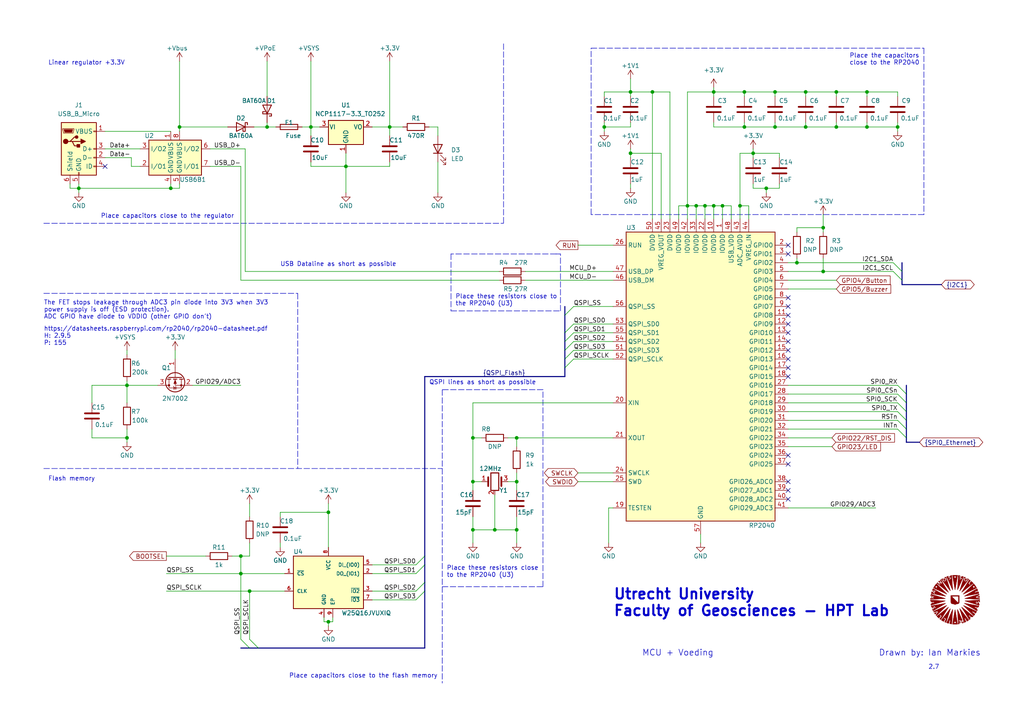
<source format=kicad_sch>
(kicad_sch (version 20211123) (generator eeschema)
  (paper "A4")
  (lib_symbols
    (symbol "+Vsys_1" (power) (in_bom no) (on_board no)
      (property "Value" "+Vsys_1" (at 0 3.81 0))
      (symbol "+Vsys_1_1_1"
        (pin power_in line (at 0 0 90) (length 0) hide (name "+VSYS") (number ""))
      )
    )
    (symbol "Connector:USB_B_Micro" (pin_names (offset 1.016))
      (property "Reference" "J" (at -5.08 11.43 0))
      (property "Value" "USB_B_Micro" (at -5.08 8.89 0))
      (symbol "USB_B_Micro_1_1"
        (pin power_out line (at 7.62 5.08 180) (length 2.54) (name "VBUS") (number "1"))
        (pin bidirectional line (at 7.62 -2.54 180) (length 2.54) (name "D-") (number "2"))
        (pin bidirectional line (at 7.62 0 180) (length 2.54) (name "D+") (number "3"))
        (pin passive line (at 7.62 -5.08 180) (length 2.54) (name "ID") (number "4"))
        (pin power_out line (at 0 -10.16 90) (length 2.54) (name "GND") (number "5"))
        (pin passive line (at -2.54 -10.16 90) (length 2.54) (name "Shield") (number "6"))
      )
    )
    (symbol "Device:C" (pin_numbers hide) (pin_names (offset 0.254))
      (property "Reference" "C" (at 0.635 2.54 0))
      (property "Value" "C" (at 0.635 -2.54 0))
      (symbol "C_1_1"
        (pin passive line (at 0 3.81 270) (length 2.794) (name "~") (number "1"))
        (pin passive line (at 0 -3.81 90) (length 2.794) (name "~") (number "2"))
      )
    )
    (symbol "Device:Fuse" (pin_numbers hide) (pin_names (offset 0))
      (property "Reference" "F" (at 2.032 0 90))
      (property "Value" "Fuse" (at -1.905 0 90))
      (symbol "Fuse_1_1"
        (pin passive line (at 0 3.81 270) (length 1.27) (name "~") (number "1"))
        (pin passive line (at 0 -3.81 90) (length 1.27) (name "~") (number "2"))
      )
    )
    (symbol "Device:LED" (pin_numbers hide) (pin_names (offset 1.016) hide)
      (property "Reference" "D" (at 0 2.54 0))
      (property "Value" "LED" (at 0 -2.54 0))
      (symbol "LED_1_1"
        (pin passive line (at -3.81 0 0) (length 2.54) (name "K") (number "1"))
        (pin passive line (at 3.81 0 180) (length 2.54) (name "A") (number "2"))
      )
    )
    (symbol "Device:R" (pin_numbers hide) (pin_names (offset 0))
      (property "Reference" "R" (at 2.032 0 90))
      (property "Value" "R" (at 0 0 90))
      (symbol "R_1_1"
        (pin passive line (at 0 3.81 270) (length 1.27) (name "~") (number "1"))
        (pin passive line (at 0 -3.81 90) (length 1.27) (name "~") (number "2"))
      )
    )
    (symbol "Diode:BAT60A" (pin_numbers hide) (pin_names (offset 1.016) hide)
      (property "Reference" "D" (at 0 2.54 0))
      (property "Value" "BAT60A" (at 0 -2.54 0))
      (symbol "BAT60A_1_1"
        (pin passive line (at -3.81 0 0) (length 2.54) (name "K") (number "1"))
        (pin passive line (at 3.81 0 180) (length 2.54) (name "A") (number "2"))
      )
    )
    (symbol "HPT:+VPoE" (power) (in_bom no) (on_board no)
      (property "Value" "+VPoE" (at 0 5.08 0))
      (symbol "+VPoE_1_1"
        (pin power_in line (at 0 0 90) (length 0) hide (name "+VPoE") (number ""))
      )
    )
    (symbol "HPT:+Vbus" (power) (in_bom no) (on_board no)
      (property "Value" "+Vbus" (at 0 5.08 0))
      (symbol "+Vbus_1_1"
        (pin power_in line (at 0 0 90) (length 0) hide (name "+Vbus") (number ""))
      )
    )
    (symbol "HPT:+Vsys" (power) (in_bom no) (on_board no)
      (property "Value" "+Vsys" (at 0 3.81 0))
      (symbol "+Vsys_1_1"
        (pin power_in line (at 0 0 90) (length 0) hide (name "+VSYS") (number ""))
      )
    )
    (symbol "HPT:Crystal"
      (property "Reference" "U" (at 1.27 6.35 0))
      (property "Value" "Crystal" (at 0 -8.89 0))
      (symbol "Crystal_1_1"
        (pin passive line (at -3.81 0 0) (length 1.27) (name "") (number "1"))
        (pin passive line (at 0 -3.81 90) (length 1.27) (name "") (number "2"))
        (pin passive line (at 3.81 0 180) (length 1.27) (name "") (number "3"))
        (pin passive line (at 0 -3.81 90) (length 1.27) hide (name "") (number "4"))
      )
    )
    (symbol "HPT:LOGO" (pin_names (offset 1.016)))
    (symbol "HPT:W25Q16JVUXIQ" (pin_names (offset 1.016))
      (property "Reference" "IC" (at -10.16 8.89 0))
      (property "Value" "W25Q16JVUXIQ" (at 5.08 -8.89 0))
      (symbol "W25Q16JVUXIQ_0_0"
        (pin bidirectional line (at -12.7 2.54 0) (length 2.54) (name "~{CS}") (number "1"))
        (pin bidirectional line (at 12.7 2.54 180) (length 2.54) (name "DO_(IO1)") (number "2"))
        (pin bidirectional line (at 12.7 -2.54 180) (length 2.54) (name "~{IO2}") (number "3"))
        (pin bidirectional line (at -1.27 -10.16 90) (length 2.54) (name "GND") (number "4"))
        (pin bidirectional line (at 12.7 5.08 180) (length 2.54) (name "DI_(IO0)") (number "5"))
        (pin bidirectional line (at -12.7 -2.54 0) (length 2.54) (name "CLK") (number "6"))
        (pin bidirectional line (at 12.7 -5.08 180) (length 2.54) (name "~{IO3}") (number "7"))
        (pin bidirectional line (at 0 10.16 270) (length 2.54) (name "VCC") (number "8"))
        (pin bidirectional line (at 1.27 -10.16 90) (length 2.54) (name "EP") (number "9"))
      )
    )
    (symbol "MCU_RaspberryPi:RP2040"
      (property "Reference" "U3" (at -21.59 43.18 0))
      (property "Value" "RP2040" (at 13.97 -43.18 0))
      (symbol "RP2040_1_1"
        (pin power_in line (at 6.35 45.72 270) (length 3.81) (name "IOVDD") (number "1"))
        (pin power_in line (at 3.81 45.72 270) (length 3.81) (name "IOVDD") (number "10"))
        (pin bidirectional line (at 25.4 17.78 180) (length 3.81) (name "GPIO8") (number "11"))
        (pin bidirectional line (at 25.4 15.24 180) (length 3.81) (name "GPIO9") (number "12"))
        (pin bidirectional line (at 25.4 12.7 180) (length 3.81) (name "GPIO10") (number "13"))
        (pin bidirectional line (at 25.4 10.16 180) (length 3.81) (name "GPIO11") (number "14"))
        (pin bidirectional line (at 25.4 7.62 180) (length 3.81) (name "GPIO12") (number "15"))
        (pin bidirectional line (at 25.4 5.08 180) (length 3.81) (name "GPIO13") (number "16"))
        (pin bidirectional line (at 25.4 2.54 180) (length 3.81) (name "GPIO14") (number "17"))
        (pin bidirectional line (at 25.4 0 180) (length 3.81) (name "GPIO15") (number "18"))
        (pin input line (at -25.4 -38.1 0) (length 3.81) (name "TESTEN") (number "19"))
        (pin bidirectional line (at 25.4 38.1 180) (length 3.81) (name "GPIO0") (number "2"))
        (pin input line (at -25.4 -7.62 0) (length 3.81) (name "XIN") (number "20"))
        (pin passive line (at -25.4 -17.78 0) (length 3.81) (name "XOUT") (number "21"))
        (pin power_in line (at 1.27 45.72 270) (length 3.81) (name "IOVDD") (number "22"))
        (pin power_in line (at -8.89 45.72 270) (length 3.81) (name "DVDD") (number "23"))
        (pin output line (at -25.4 -27.94 0) (length 3.81) (name "SWCLK") (number "24"))
        (pin bidirectional line (at -25.4 -30.48 0) (length 3.81) (name "SWD") (number "25"))
        (pin input line (at -25.4 38.1 0) (length 3.81) (name "RUN") (number "26"))
        (pin bidirectional line (at 25.4 -2.54 180) (length 3.81) (name "GPIO16") (number "27"))
        (pin bidirectional line (at 25.4 -5.08 180) (length 3.81) (name "GPIO17") (number "28"))
        (pin bidirectional line (at 25.4 -7.62 180) (length 3.81) (name "GPIO18") (number "29"))
        (pin bidirectional line (at 25.4 35.56 180) (length 3.81) (name "GPIO1") (number "3"))
        (pin bidirectional line (at 25.4 -10.16 180) (length 3.81) (name "GPIO19") (number "30"))
        (pin bidirectional line (at 25.4 -12.7 180) (length 3.81) (name "GPIO20") (number "31"))
        (pin bidirectional line (at 25.4 -15.24 180) (length 3.81) (name "GPIO21") (number "32"))
        (pin power_in line (at -1.27 45.72 270) (length 3.81) (name "IOVDD") (number "33"))
        (pin bidirectional line (at 25.4 -17.78 180) (length 3.81) (name "GPIO22") (number "34"))
        (pin bidirectional line (at 25.4 -20.32 180) (length 3.81) (name "GPIO23") (number "35"))
        (pin bidirectional line (at 25.4 -22.86 180) (length 3.81) (name "GPIO24") (number "36"))
        (pin bidirectional line (at 25.4 -25.4 180) (length 3.81) (name "GPIO25") (number "37"))
        (pin bidirectional line (at 25.4 -30.48 180) (length 3.81) (name "GPIO26_ADC0") (number "38"))
        (pin bidirectional line (at 25.4 -33.02 180) (length 3.81) (name "GPIO27_ADC1") (number "39"))
        (pin bidirectional line (at 25.4 33.02 180) (length 3.81) (name "GPIO2") (number "4"))
        (pin bidirectional line (at 25.4 -35.56 180) (length 3.81) (name "GPIO28_ADC2") (number "40"))
        (pin bidirectional line (at 25.4 -38.1 180) (length 3.81) (name "GPIO29_ADC3") (number "41"))
        (pin power_in line (at -3.81 45.72 270) (length 3.81) (name "IOVDD") (number "42"))
        (pin power_in line (at 11.43 45.72 270) (length 3.81) (name "ADC_AVDD") (number "43"))
        (pin power_in line (at 13.97 45.72 270) (length 3.81) (name "VREG_IN") (number "44"))
        (pin power_out line (at -11.43 45.72 270) (length 3.81) (name "VREG_VOUT") (number "45"))
        (pin bidirectional line (at -25.4 27.94 0) (length 3.81) (name "USB_DM") (number "46"))
        (pin bidirectional line (at -25.4 30.48 0) (length 3.81) (name "USB_DP") (number "47"))
        (pin power_in line (at 8.89 45.72 270) (length 3.81) (name "USB_VDD") (number "48"))
        (pin power_in line (at -6.35 45.72 270) (length 3.81) (name "IOVDD") (number "49"))
        (pin bidirectional line (at 25.4 30.48 180) (length 3.81) (name "GPIO3") (number "5"))
        (pin power_in line (at -13.97 45.72 270) (length 3.81) (name "DVDD") (number "50"))
        (pin bidirectional line (at -25.4 7.62 0) (length 3.81) (name "QSPI_SD3") (number "51"))
        (pin output line (at -25.4 5.08 0) (length 3.81) (name "QSPI_SCLK") (number "52"))
        (pin bidirectional line (at -25.4 15.24 0) (length 3.81) (name "QSPI_SD0") (number "53"))
        (pin bidirectional line (at -25.4 10.16 0) (length 3.81) (name "QSPI_SD2") (number "54"))
        (pin bidirectional line (at -25.4 12.7 0) (length 3.81) (name "QSPI_SD1") (number "55"))
        (pin bidirectional line (at -25.4 20.32 0) (length 3.81) (name "QSPI_SS") (number "56"))
        (pin power_in line (at 0 -45.72 90) (length 3.81) (name "GND") (number "57"))
        (pin bidirectional line (at 25.4 27.94 180) (length 3.81) (name "GPIO4") (number "6"))
        (pin bidirectional line (at 25.4 25.4 180) (length 3.81) (name "GPIO5") (number "7"))
        (pin bidirectional line (at 25.4 22.86 180) (length 3.81) (name "GPIO6") (number "8"))
        (pin bidirectional line (at 25.4 20.32 180) (length 3.81) (name "GPIO7") (number "9"))
      )
    )
    (symbol "Power_Protection:USB6B1"
      (property "Reference" "U2" (at -8.89 6.35 0))
      (property "Value" "USB6B1" (at 1.27 -6.35 0))
      (symbol "USB6B1_1_1"
        (pin passive line (at -1.27 7.62 270) (length 2.54) (name "VBUS") (number "1"))
        (pin passive line (at -10.16 -2.54 0) (length 2.54) (name "I/O1") (number "2"))
        (pin passive line (at -10.16 2.54 0) (length 2.54) (name "I/O2") (number "3"))
        (pin passive line (at -1.27 -7.62 90) (length 2.54) (name "GND") (number "4"))
        (pin passive line (at 1.27 -7.62 90) (length 2.54) (name "GND") (number "5"))
        (pin passive line (at 10.16 2.54 180) (length 2.54) (name "I/O2") (number "6"))
        (pin passive line (at 10.16 -2.54 180) (length 2.54) (name "I/O1") (number "7"))
        (pin passive line (at 1.27 7.62 270) (length 2.54) (name "VBUS") (number "8"))
      )
    )
    (symbol "Regulator_Linear:NCP1117-3.3_TO252" (pin_names (offset 0.254))
      (property "Reference" "U" (at -3.81 3.175 0))
      (property "Value" "NCP1117-3.3_TO252" (at 0 3.175 0))
      (symbol "NCP1117-3.3_TO252_1_1"
        (pin power_in line (at 0 -7.62 90) (length 2.54) (name "GND") (number "1"))
        (pin power_out line (at 7.62 0 180) (length 2.54) (name "VO") (number "2"))
        (pin power_in line (at -7.62 0 0) (length 2.54) (name "VI") (number "3"))
      )
    )
    (symbol "Transistor_FET:2N7002" (pin_names hide)
      (property "Reference" "Q" (at 5.08 1.905 0))
      (property "Value" "2N7002" (at 5.08 0 0))
      (symbol "2N7002_1_1"
        (pin input line (at -5.08 0 0) (length 2.54) (name "G") (number "1"))
        (pin passive line (at 2.54 -5.08 90) (length 2.54) (name "S") (number "2"))
        (pin passive line (at 2.54 5.08 270) (length 2.54) (name "D") (number "3"))
      )
    )
    (symbol "power:+1V1" (power) (pin_names (offset 0))
      (property "Value" "+1V1" (at 0 3.556 0))
      (symbol "+1V1_1_1"
        (pin power_in line (at 0 0 90) (length 0) hide (name "+1V1") (number "1"))
      )
    )
    (symbol "power:+3.3V" (power) (pin_names (offset 0))
      (property "Value" "+3.3V" (at 0 3.556 0))
      (symbol "+3.3V_1_1"
        (pin power_in line (at 0 0 90) (length 0) hide (name "+3.3V") (number "1"))
      )
    )
    (symbol "power:GND" (power) (pin_names (offset 0))
      (property "Value" "GND" (at 0 -3.81 0))
      (symbol "GND_1_1"
        (pin power_in line (at 0 0 270) (length 0) hide (name "GND") (number "1"))
      )
    )
  )
  (bus_alias "QSPI_Flash" (members "QSPI_SS" "QSPI_SCLK" "QSPI_SD0" "QSPI_SD1" "QSPI_SD2" "QSPI_SD3"))
  (bus_alias "SPI0_Ethernet" (members "SPI0_RX" "SPI0_TX" "SPI0_SCK" "SPI0_CSn" "RSTn" "INTn"))
  (bus_alias "I2C1" (members "I2C1_SDA" "I2C1_SCL"))
  (junction (at 137.16 127))
  (junction (at 113.03 36.83))
  (junction (at 69.85 161.29))
  (junction (at 242.57 26.67))
  (junction (at 189.23 26.67))
  (junction (at 238.76 78.74))
  (junction (at 251.46 26.67))
  (junction (at 100.33 48.26))
  (junction (at 175.26 36.83))
  (junction (at 36.83 111.76))
  (junction (at 209.55 59.69))
  (junction (at 201.93 59.69))
  (junction (at 149.86 153.67))
  (junction (at 137.16 139.7))
  (junction (at 215.9 36.83))
  (junction (at 207.01 26.67))
  (junction (at 222.25 54.61))
  (junction (at 69.85 166.37))
  (junction (at 224.79 36.83))
  (junction (at 52.07 36.83))
  (junction (at 214.63 59.69))
  (junction (at 233.68 36.83))
  (junction (at 95.25 180.34))
  (junction (at 182.88 26.67))
  (junction (at 36.83 127))
  (junction (at 90.17 36.83))
  (junction (at 218.44 44.45))
  (junction (at 72.39 171.45))
  (junction (at 77.47 36.83))
  (junction (at 224.79 26.67))
  (junction (at 199.39 59.69))
  (junction (at 242.57 36.83))
  (junction (at 49.53 54.61))
  (junction (at 251.46 36.83))
  (junction (at 137.16 153.67))
  (junction (at 143.51 153.67))
  (junction (at 260.35 36.83))
  (junction (at 149.86 127))
  (junction (at 22.86 54.61))
  (junction (at 204.47 59.69))
  (junction (at 233.68 26.67))
  (junction (at 182.88 44.45))
  (junction (at 95.25 148.59))
  (junction (at 238.76 66.04))
  (junction (at 207.01 59.69))
  (junction (at 149.86 139.7))
  (junction (at 215.9 26.67))
  (junction (at 231.14 76.2))
  (no_connect (at 228.6 101.6))
  (no_connect (at 228.6 71.12))
  (no_connect (at 228.6 73.66))
  (no_connect (at 228.6 86.36))
  (no_connect (at 228.6 88.9))
  (no_connect (at 228.6 144.78))
  (no_connect (at 228.6 142.24))
  (no_connect (at 228.6 134.62))
  (no_connect (at 228.6 139.7))
  (no_connect (at 228.6 91.44))
  (no_connect (at 228.6 93.98))
  (no_connect (at 228.6 96.52))
  (no_connect (at 228.6 99.06))
  (no_connect (at 228.6 132.08))
  (no_connect (at 228.6 106.68))
  (no_connect (at 30.48 48.26))
  (no_connect (at 228.6 109.22))
  (no_connect (at 228.6 104.14))
  (bus_entry (at 163.83 91.44) (size 2.54 -2.54))
  (bus_entry (at 261.62 81.28) (size -2.54 -2.54))
  (bus_entry (at 262.89 124.46) (size -2.54 -2.54))
  (bus_entry (at 261.62 78.74) (size -2.54 -2.54))
  (bus_entry (at 72.39 187.96) (size -2.54 -2.54))
  (bus_entry (at 74.93 187.96) (size -2.54 -2.54))
  (bus_entry (at 120.65 163.83) (size 2.54 -2.54))
  (bus_entry (at 120.65 173.99) (size 2.54 -2.54))
  (bus_entry (at 120.65 166.37) (size 2.54 -2.54))
  (bus_entry (at 120.65 171.45) (size 2.54 -2.54))
  (bus_entry (at 262.89 121.92) (size -2.54 -2.54))
  (bus_entry (at 262.89 127) (size -2.54 -2.54))
  (bus_entry (at 262.89 114.3) (size -2.54 -2.54))
  (bus_entry (at 262.89 116.84) (size -2.54 -2.54))
  (bus_entry (at 163.83 104.14) (size 2.54 -2.54))
  (bus_entry (at 163.83 101.6) (size 2.54 -2.54))
  (bus_entry (at 163.83 99.06) (size 2.54 -2.54))
  (bus_entry (at 163.83 106.68) (size 2.54 -2.54))
  (bus_entry (at 163.83 96.52) (size 2.54 -2.54))
  (bus_entry (at 262.89 119.38) (size -2.54 -2.54))
  (polyline (pts (xy 171.45 13.97) (xy 267.97 13.97)))
  (bus (pts (xy 262.89 121.92) (xy 262.89 124.46)))
  (wire (pts (xy 137.16 139.7) (xy 139.7 139.7)))
  (polyline (pts (xy 12.7 135.89) (xy 128.27 135.89)))
  (wire (pts (xy 199.39 59.69) (xy 201.93 59.69)))
  (wire (pts (xy 189.23 26.67) (xy 189.23 63.5)))
  (wire (pts (xy 231.14 66.04) (xy 238.76 66.04)))
  (wire (pts (xy 218.44 43.18) (xy 218.44 44.45)))
  (wire (pts (xy 152.4 81.28) (xy 177.8 81.28)))
  (wire (pts (xy 251.46 35.56) (xy 251.46 36.83)))
  (wire (pts (xy 149.86 157.48) (xy 149.86 153.67)))
  (polyline (pts (xy 157.48 113.03) (xy 128.27 113.03)))
  (wire (pts (xy 69.85 166.37) (xy 69.85 185.42)))
  (wire (pts (xy 60.96 43.18) (xy 71.12 43.18)))
  (wire (pts (xy 20.32 53.34) (xy 20.32 54.61)))
  (wire (pts (xy 30.48 38.1) (xy 49.53 38.1)))
  (wire (pts (xy 224.79 36.83) (xy 215.9 36.83)))
  (wire (pts (xy 251.46 26.67) (xy 251.46 27.94)))
  (wire (pts (xy 242.57 81.28) (xy 228.6 81.28)))
  (bus (pts (xy 261.62 82.55) (xy 273.05 82.55)))
  (wire (pts (xy 71.12 43.18) (xy 71.12 78.74)))
  (polyline (pts (xy 128.27 170.18) (xy 157.48 170.18)))
  (wire (pts (xy 107.95 163.83) (xy 120.65 163.83)))
  (bus (pts (xy 123.19 163.83) (xy 123.19 168.91)))
  (wire (pts (xy 93.98 180.34) (xy 95.25 180.34)))
  (wire (pts (xy 52.07 38.1) (xy 52.07 36.83)))
  (wire (pts (xy 242.57 36.83) (xy 233.68 36.83)))
  (bus (pts (xy 72.39 187.96) (xy 74.93 187.96)))
  (wire (pts (xy 204.47 59.69) (xy 204.47 63.5)))
  (bus (pts (xy 261.62 76.2) (xy 261.62 78.74)))
  (wire (pts (xy 113.03 17.78) (xy 113.03 36.83)))
  (wire (pts (xy 26.67 111.76) (xy 36.83 111.76)))
  (wire (pts (xy 224.79 26.67) (xy 224.79 27.94)))
  (bus (pts (xy 123.19 161.29) (xy 123.19 163.83)))
  (wire (pts (xy 69.85 161.29) (xy 69.85 166.37)))
  (bus (pts (xy 262.89 114.3) (xy 262.89 116.84)))
  (wire (pts (xy 90.17 36.83) (xy 87.63 36.83)))
  (wire (pts (xy 52.07 54.61) (xy 52.07 53.34)))
  (wire (pts (xy 214.63 44.45) (xy 218.44 44.45)))
  (wire (pts (xy 166.37 96.52) (xy 177.8 96.52)))
  (wire (pts (xy 231.14 76.2) (xy 259.08 76.2)))
  (wire (pts (xy 139.7 127) (xy 137.16 127)))
  (wire (pts (xy 260.35 35.56) (xy 260.35 36.83)))
  (wire (pts (xy 69.85 166.37) (xy 82.55 166.37)))
  (polyline (pts (xy 128.27 113.03) (xy 128.27 135.89)))
  (wire (pts (xy 228.6 76.2) (xy 231.14 76.2)))
  (wire (pts (xy 189.23 26.67) (xy 182.88 26.67)))
  (wire (pts (xy 212.09 59.69) (xy 212.09 63.5)))
  (wire (pts (xy 90.17 39.37) (xy 90.17 36.83)))
  (wire (pts (xy 167.64 71.12) (xy 177.8 71.12)))
  (wire (pts (xy 228.6 111.76) (xy 260.35 111.76)))
  (wire (pts (xy 143.51 153.67) (xy 149.86 153.67)))
  (bus (pts (xy 261.62 78.74) (xy 261.62 81.28)))
  (wire (pts (xy 137.16 116.84) (xy 177.8 116.84)))
  (wire (pts (xy 242.57 26.67) (xy 233.68 26.67)))
  (wire (pts (xy 71.12 78.74) (xy 144.78 78.74)))
  (polyline (pts (xy 162.56 90.17) (xy 162.56 73.66)))
  (wire (pts (xy 52.07 17.78) (xy 52.07 36.83)))
  (bus (pts (xy 261.62 81.28) (xy 261.62 82.55)))
  (wire (pts (xy 204.47 59.69) (xy 207.01 59.69)))
  (wire (pts (xy 176.53 147.32) (xy 176.53 157.48)))
  (wire (pts (xy 77.47 17.78) (xy 77.47 27.94)))
  (wire (pts (xy 207.01 36.83) (xy 207.01 35.56)))
  (wire (pts (xy 100.33 44.45) (xy 100.33 48.26)))
  (wire (pts (xy 199.39 26.67) (xy 199.39 59.69)))
  (wire (pts (xy 26.67 111.76) (xy 26.67 116.84)))
  (bus (pts (xy 163.83 101.6) (xy 163.83 104.14)))
  (wire (pts (xy 207.01 26.67) (xy 207.01 27.94)))
  (wire (pts (xy 95.25 146.05) (xy 95.25 148.59)))
  (wire (pts (xy 214.63 44.45) (xy 214.63 59.69)))
  (wire (pts (xy 49.53 54.61) (xy 52.07 54.61)))
  (wire (pts (xy 166.37 101.6) (xy 177.8 101.6)))
  (wire (pts (xy 36.83 111.76) (xy 36.83 116.84)))
  (wire (pts (xy 182.88 43.18) (xy 182.88 44.45)))
  (wire (pts (xy 113.03 48.26) (xy 100.33 48.26)))
  (wire (pts (xy 199.39 59.69) (xy 199.39 63.5)))
  (wire (pts (xy 147.32 127) (xy 149.86 127)))
  (wire (pts (xy 226.06 54.61) (xy 226.06 53.34)))
  (wire (pts (xy 215.9 35.56) (xy 215.9 36.83)))
  (wire (pts (xy 175.26 36.83) (xy 175.26 35.56)))
  (wire (pts (xy 52.07 36.83) (xy 66.04 36.83)))
  (wire (pts (xy 182.88 35.56) (xy 182.88 36.83)))
  (wire (pts (xy 69.85 81.28) (xy 144.78 81.28)))
  (wire (pts (xy 182.88 26.67) (xy 182.88 27.94)))
  (wire (pts (xy 231.14 66.04) (xy 231.14 67.31)))
  (wire (pts (xy 260.35 36.83) (xy 251.46 36.83)))
  (wire (pts (xy 228.6 116.84) (xy 260.35 116.84)))
  (wire (pts (xy 30.48 45.72) (xy 38.1 45.72)))
  (wire (pts (xy 238.76 74.93) (xy 238.76 78.74)))
  (wire (pts (xy 166.37 93.98) (xy 177.8 93.98)))
  (bus (pts (xy 262.89 127) (xy 262.89 128.27)))
  (wire (pts (xy 177.8 147.32) (xy 176.53 147.32)))
  (wire (pts (xy 72.39 146.05) (xy 72.39 149.86)))
  (wire (pts (xy 238.76 66.04) (xy 238.76 67.31)))
  (wire (pts (xy 137.16 116.84) (xy 137.16 127)))
  (polyline (pts (xy 86.36 85.09) (xy 86.36 135.89)))
  (polyline (pts (xy 146.05 12.7) (xy 146.05 64.77)))
  (wire (pts (xy 207.01 25.4) (xy 207.01 26.67)))
  (wire (pts (xy 196.85 63.5) (xy 196.85 59.69)))
  (wire (pts (xy 72.39 157.48) (xy 72.39 161.29)))
  (wire (pts (xy 95.25 181.61) (xy 95.25 180.34)))
  (wire (pts (xy 22.86 53.34) (xy 22.86 54.61)))
  (wire (pts (xy 113.03 39.37) (xy 113.03 36.83)))
  (wire (pts (xy 242.57 35.56) (xy 242.57 36.83)))
  (wire (pts (xy 107.95 173.99) (xy 120.65 173.99)))
  (wire (pts (xy 209.55 59.69) (xy 209.55 63.5)))
  (wire (pts (xy 228.6 114.3) (xy 260.35 114.3)))
  (wire (pts (xy 72.39 171.45) (xy 82.55 171.45)))
  (wire (pts (xy 36.83 127) (xy 36.83 128.27)))
  (wire (pts (xy 166.37 88.9) (xy 177.8 88.9)))
  (wire (pts (xy 194.31 26.67) (xy 189.23 26.67)))
  (wire (pts (xy 72.39 171.45) (xy 72.39 185.42)))
  (bus (pts (xy 262.89 128.27) (xy 266.7 128.27)))
  (wire (pts (xy 107.95 36.83) (xy 113.03 36.83)))
  (bus (pts (xy 262.89 116.84) (xy 262.89 119.38)))
  (bus (pts (xy 262.89 111.76) (xy 262.89 114.3)))
  (wire (pts (xy 207.01 26.67) (xy 199.39 26.67)))
  (wire (pts (xy 38.1 45.72) (xy 38.1 48.26)))
  (wire (pts (xy 217.17 59.69) (xy 217.17 63.5)))
  (wire (pts (xy 260.35 26.67) (xy 251.46 26.67)))
  (wire (pts (xy 209.55 59.69) (xy 212.09 59.69)))
  (wire (pts (xy 95.25 148.59) (xy 95.25 158.75)))
  (bus (pts (xy 163.83 104.14) (xy 163.83 106.68)))
  (wire (pts (xy 149.86 127) (xy 177.8 127)))
  (wire (pts (xy 238.76 78.74) (xy 259.08 78.74)))
  (bus (pts (xy 123.19 171.45) (xy 123.19 187.96)))
  (wire (pts (xy 137.16 127) (xy 137.16 139.7)))
  (wire (pts (xy 152.4 78.74) (xy 177.8 78.74)))
  (bus (pts (xy 262.89 124.46) (xy 262.89 127)))
  (wire (pts (xy 149.86 137.16) (xy 149.86 139.7)))
  (wire (pts (xy 222.25 54.61) (xy 226.06 54.61)))
  (polyline (pts (xy 12.7 85.09) (xy 86.36 85.09)))
  (wire (pts (xy 20.32 54.61) (xy 22.86 54.61)))
  (wire (pts (xy 226.06 45.72) (xy 226.06 44.45)))
  (wire (pts (xy 26.67 127) (xy 36.83 127)))
  (wire (pts (xy 124.46 36.83) (xy 127 36.83)))
  (wire (pts (xy 238.76 62.23) (xy 238.76 66.04)))
  (polyline (pts (xy 267.97 13.97) (xy 267.97 62.23)))
  (wire (pts (xy 166.37 104.14) (xy 177.8 104.14)))
  (bus (pts (xy 123.19 168.91) (xy 123.19 171.45)))
  (wire (pts (xy 166.37 99.06) (xy 177.8 99.06)))
  (wire (pts (xy 175.26 38.1) (xy 175.26 36.83)))
  (wire (pts (xy 81.28 149.86) (xy 81.28 148.59)))
  (wire (pts (xy 251.46 26.67) (xy 242.57 26.67)))
  (wire (pts (xy 149.86 139.7) (xy 149.86 142.24)))
  (bus (pts (xy 123.19 109.22) (xy 123.19 161.29)))
  (wire (pts (xy 48.26 161.29) (xy 59.69 161.29)))
  (wire (pts (xy 218.44 54.61) (xy 222.25 54.61)))
  (wire (pts (xy 167.64 139.7) (xy 177.8 139.7)))
  (wire (pts (xy 48.26 166.37) (xy 69.85 166.37)))
  (wire (pts (xy 147.32 139.7) (xy 149.86 139.7)))
  (wire (pts (xy 36.83 101.6) (xy 36.83 102.87)))
  (wire (pts (xy 36.83 110.49) (xy 36.83 111.76)))
  (wire (pts (xy 175.26 26.67) (xy 182.88 26.67)))
  (wire (pts (xy 218.44 53.34) (xy 218.44 54.61)))
  (wire (pts (xy 231.14 76.2) (xy 231.14 74.93)))
  (wire (pts (xy 81.28 157.48) (xy 81.28 158.75)))
  (wire (pts (xy 55.88 111.76) (xy 69.85 111.76)))
  (wire (pts (xy 228.6 124.46) (xy 260.35 124.46)))
  (wire (pts (xy 214.63 59.69) (xy 217.17 59.69)))
  (wire (pts (xy 228.6 78.74) (xy 238.76 78.74)))
  (wire (pts (xy 93.98 180.34) (xy 93.98 179.07)))
  (wire (pts (xy 201.93 59.69) (xy 204.47 59.69)))
  (polyline (pts (xy 161.29 73.66) (xy 162.56 73.66)))
  (wire (pts (xy 233.68 35.56) (xy 233.68 36.83)))
  (bus (pts (xy 163.83 106.68) (xy 163.83 109.22)))
  (wire (pts (xy 228.6 127) (xy 241.3 127)))
  (wire (pts (xy 107.95 171.45) (xy 120.65 171.45)))
  (wire (pts (xy 22.86 55.88) (xy 22.86 54.61)))
  (wire (pts (xy 90.17 17.78) (xy 90.17 36.83)))
  (wire (pts (xy 233.68 26.67) (xy 224.79 26.67)))
  (wire (pts (xy 228.6 119.38) (xy 260.35 119.38)))
  (bus (pts (xy 74.93 187.96) (xy 123.19 187.96)))
  (polyline (pts (xy 157.48 170.18) (xy 157.48 113.03)))
  (wire (pts (xy 26.67 124.46) (xy 26.67 127)))
  (wire (pts (xy 100.33 48.26) (xy 90.17 48.26)))
  (wire (pts (xy 30.48 43.18) (xy 40.64 43.18)))
  (wire (pts (xy 260.35 38.1) (xy 260.35 36.83)))
  (wire (pts (xy 36.83 124.46) (xy 36.83 127)))
  (wire (pts (xy 45.72 111.76) (xy 36.83 111.76)))
  (wire (pts (xy 73.66 36.83) (xy 77.47 36.83)))
  (bus (pts (xy 163.83 96.52) (xy 163.83 99.06)))
  (wire (pts (xy 260.35 27.94) (xy 260.35 26.67)))
  (wire (pts (xy 137.16 149.86) (xy 137.16 153.67)))
  (wire (pts (xy 96.52 180.34) (xy 96.52 179.07)))
  (wire (pts (xy 137.16 139.7) (xy 137.16 142.24)))
  (wire (pts (xy 182.88 54.61) (xy 182.88 53.34)))
  (bus (pts (xy 163.83 109.22) (xy 123.19 109.22)))
  (bus (pts (xy 69.85 187.96) (xy 72.39 187.96)))
  (wire (pts (xy 218.44 44.45) (xy 218.44 45.72)))
  (wire (pts (xy 127 36.83) (xy 127 39.37)))
  (wire (pts (xy 100.33 48.26) (xy 100.33 55.88)))
  (wire (pts (xy 113.03 46.99) (xy 113.03 48.26)))
  (wire (pts (xy 228.6 129.54) (xy 241.3 129.54)))
  (wire (pts (xy 191.77 44.45) (xy 182.88 44.45)))
  (wire (pts (xy 207.01 59.69) (xy 209.55 59.69)))
  (wire (pts (xy 215.9 26.67) (xy 207.01 26.67)))
  (wire (pts (xy 77.47 35.56) (xy 77.47 36.83)))
  (wire (pts (xy 196.85 59.69) (xy 199.39 59.69)))
  (wire (pts (xy 67.31 161.29) (xy 69.85 161.29)))
  (wire (pts (xy 48.26 171.45) (xy 72.39 171.45)))
  (wire (pts (xy 201.93 59.69) (xy 201.93 63.5)))
  (wire (pts (xy 175.26 27.94) (xy 175.26 26.67)))
  (bus (pts (xy 163.83 91.44) (xy 163.83 96.52)))
  (polyline (pts (xy 161.29 73.66) (xy 130.81 73.66)))
  (wire (pts (xy 233.68 26.67) (xy 233.68 27.94)))
  (wire (pts (xy 182.88 44.45) (xy 182.88 45.72)))
  (wire (pts (xy 149.86 127) (xy 149.86 129.54)))
  (wire (pts (xy 69.85 48.26) (xy 69.85 81.28)))
  (wire (pts (xy 60.96 48.26) (xy 69.85 48.26)))
  (wire (pts (xy 81.28 148.59) (xy 95.25 148.59)))
  (wire (pts (xy 224.79 35.56) (xy 224.79 36.83)))
  (wire (pts (xy 207.01 59.69) (xy 207.01 63.5)))
  (wire (pts (xy 77.47 36.83) (xy 80.01 36.83)))
  (wire (pts (xy 95.25 180.34) (xy 96.52 180.34)))
  (wire (pts (xy 228.6 83.82) (xy 242.57 83.82)))
  (wire (pts (xy 215.9 36.83) (xy 207.01 36.83)))
  (wire (pts (xy 107.95 166.37) (xy 120.65 166.37)))
  (wire (pts (xy 203.2 154.94) (xy 203.2 157.48)))
  (wire (pts (xy 50.8 104.14) (xy 50.8 101.6)))
  (wire (pts (xy 49.53 54.61) (xy 49.53 53.34)))
  (wire (pts (xy 242.57 26.67) (xy 242.57 27.94)))
  (wire (pts (xy 228.6 121.92) (xy 260.35 121.92)))
  (wire (pts (xy 38.1 48.26) (xy 40.64 48.26)))
  (wire (pts (xy 214.63 59.69) (xy 214.63 63.5)))
  (wire (pts (xy 137.16 157.48) (xy 137.16 153.67)))
  (polyline (pts (xy 267.97 62.23) (xy 171.45 62.23)))
  (wire (pts (xy 215.9 26.67) (xy 215.9 27.94)))
  (wire (pts (xy 137.16 153.67) (xy 143.51 153.67)))
  (wire (pts (xy 233.68 36.83) (xy 224.79 36.83)))
  (wire (pts (xy 90.17 46.99) (xy 90.17 48.26)))
  (wire (pts (xy 149.86 149.86) (xy 149.86 153.67)))
  (wire (pts (xy 224.79 26.67) (xy 215.9 26.67)))
  (wire (pts (xy 72.39 161.29) (xy 69.85 161.29)))
  (wire (pts (xy 191.77 44.45) (xy 191.77 63.5)))
  (wire (pts (xy 251.46 36.83) (xy 242.57 36.83)))
  (wire (pts (xy 90.17 36.83) (xy 92.71 36.83)))
  (wire (pts (xy 182.88 22.86) (xy 182.88 26.67)))
  (polyline (pts (xy 130.81 90.17) (xy 162.56 90.17)))
  (wire (pts (xy 194.31 26.67) (xy 194.31 63.5)))
  (polyline (pts (xy 130.81 73.66) (xy 130.81 90.17)))
  (wire (pts (xy 218.44 44.45) (xy 226.06 44.45)))
  (wire (pts (xy 22.86 54.61) (xy 49.53 54.61)))
  (wire (pts (xy 113.03 36.83) (xy 116.84 36.83)))
  (bus (pts (xy 163.83 88.9) (xy 163.83 91.44)))
  (polyline (pts (xy 12.7 64.77) (xy 146.05 64.77)))
  (polyline (pts (xy 171.45 62.23) (xy 171.45 13.97)))
  (wire (pts (xy 143.51 143.51) (xy 143.51 153.67)))
  (wire (pts (xy 228.6 147.32) (xy 254 147.32)))
  (wire (pts (xy 127 46.99) (xy 127 55.88)))
  (polyline (pts (xy 128.27 135.89) (xy 128.27 198.12)))
  (wire (pts (xy 167.64 137.16) (xy 177.8 137.16)))
  (wire (pts (xy 182.88 36.83) (xy 175.26 36.83)))
  (bus (pts (xy 163.83 99.06) (xy 163.83 101.6)))
  (bus (pts (xy 262.89 119.38) (xy 262.89 121.92)))
  (wire (pts (xy 222.25 55.88) (xy 222.25 54.61)))
  (text "Drawn by: Ian Markies" (at 284.48 190.5 180) (effects (font (size 1.75 1.75)) (justify right bottom)))
  (text "Utrecht University\nFaculty of Geosciences - HPT Lab" (at 177.8 179.07 0) (effects (font (size 3 3) (thickness 0.6) bold) (justify left bottom)))
  (text "Place these resistors close to \nthe RP2040 (U3)" (at 132.08 88.9 0) (effects (font (size 1.27 1.27)) (justify left bottom)))
  (text "Place capacitors close to the flash memory\n" (at 83.82 196.85 0) (effects (font (size 1.27 1.27)) (justify left bottom)))
  (text "QSPI lines as short as possible\n" (at 124.46 111.76 0) (effects (font (size 1.27 1.27)) (justify left bottom)))
  (text "2.7" (at 269.24 194.31 0) (effects (font (size 1.27 1.27)) (justify left bottom)))
  (text "The FET stops leakage through ADC3 pin diode into 3V3 when 3V3\npower supply is off (ESD protection).\nADC GPIO have diode to VDDIO (other GPIO don't)" (at 12.7 92.71 0) (effects (font (size 1.27 1.27)) (justify left bottom)))
  (text "Linear regulator +3.3V" (at 13.97 19.05 0) (effects (font (size 1.27 1.27)) (justify left bottom)))
  (text "https://datasheets.raspberrypi.com/rp2040/rp2040-datasheet.pdf\nH: 2.9.5\nP: 155\n" (at 12.7 100.33 0) (effects (font (size 1.27 1.27)) (justify left bottom)))
  (text "MCU + Voeding" (at 207.01 190.5 180) (effects (font (size 1.75 1.75)) (justify right bottom)))
  (text "USB Dataline as short as possible" (at 81.28 77.47 0) (effects (font (size 1.27 1.27)) (justify left bottom)))
  (text "Flash memory\n" (at 13.97 139.7 0) (effects (font (size 1.27 1.27)) (justify left bottom)))
  (text "Place the capacitors\nclose to the RP2040" (at 246.38 19.05 0) (effects (font (size 1.27 1.27)) (justify left bottom)))
  (text "Place these resistors close\nto the RP2040 (U3)" (at 129.54 167.64 0) (effects (font (size 1.27 1.27)) (justify left bottom)))
  (text "Place capacitors close to the regulator\n" (at 29.21 63.5 0) (effects (font (size 1.27 1.27)) (justify left bottom)))
  (label "INTn" (at 260.35 124.46 180))
  (label "QSPI_SD1" (at 120.65 166.37 180))
  (label "QSPI_SCLK" (at 48.26 171.45 0))
  (label "QSPI_SD3" (at 120.65 173.99 180))
  (label "QSPI_SD2" (at 166.37 99.06 0))
  (label "RSTn" (at 260.35 121.92 180))
  (label "SPI0_RX" (at 260.35 111.76 180))
  (label "I2C1_SDA" (at 259.08 76.2 180))
  (label "QSPI_SD2" (at 120.65 171.45 180))
  (label "{QSPI_Flash}" (at 152.4 109.22 180))
  (label "SPI0_CSn" (at 260.35 114.3 180))
  (label "Data+" (at 31.75 43.18 0))
  (label "QSPI_SD0" (at 120.65 163.83 180))
  (label "USB_D-" (at 69.85 48.26 180))
  (label "GPIO29{slash}ADC3" (at 69.85 111.76 180))
  (label "QSPI_SD0" (at 166.37 93.98 0))
  (label "MCU_D+" (at 165.1 78.74 0))
  (label "MCU_D-" (at 165.1 81.28 0))
  (label "QSPI_SCLK" (at 166.37 104.14 0))
  (label "USB_D+" (at 69.85 43.18 180))
  (label "QSPI_SS" (at 166.37 88.9 0))
  (label "QSPI_SD3" (at 166.37 101.6 0))
  (label "SPI0_SCK" (at 260.35 116.84 180))
  (label "Data-" (at 31.75 45.72 0))
  (label "QSPI_SS" (at 69.85 184.15 90))
  (label "SPI0_TX" (at 260.35 119.38 180))
  (label "QSPI_SS" (at 48.26 166.37 0))
  (label "QSPI_SD1" (at 166.37 96.52 0))
  (label "GPIO29{slash}ADC3" (at 254 147.32 180))
  (label "I2C1_SCL" (at 259.08 78.74 180))
  (label "QSPI_SCLK" (at 72.39 184.15 90))
  (global_label "GPIO5{slash}Buzzer" (shape input) (at 242.57 83.82 0) (property "Intersheet References" "${INTERSHEET_REFS}" (effects hide)))
  (global_label "{I2C1}" (shape bidirectional) (at 273.05 82.55 0) (property "Intersheet References" "${INTERSHEET_REFS}" (effects hide)))
  (global_label "GPIO4{slash}Button" (shape input) (at 242.57 81.28 0) (property "Intersheet References" "${INTERSHEET_REFS}" (effects hide)))
  (global_label "RUN" (shape output) (at 167.64 71.12 180) (property "Intersheet References" "${INTERSHEET_REFS}" (effects hide)))
  (global_label "SWCLK" (shape bidirectional) (at 167.64 137.16 180) (property "Intersheet References" "${INTERSHEET_REFS}" (effects hide)))
  (global_label "SWDIO" (shape bidirectional) (at 167.64 139.7 180) (property "Intersheet References" "${INTERSHEET_REFS}" (effects hide)))
  (global_label "BOOTSEL" (shape output) (at 48.26 161.29 180) (property "Intersheet References" "${INTERSHEET_REFS}" (effects hide)))
  (global_label "GPIO22{slash}RST_DIS" (shape input) (at 241.3 127 0) (property "Intersheet References" "${INTERSHEET_REFS}" (effects hide)))
  (global_label "GPIO23{slash}LED" (shape input) (at 241.3 129.54 0) (property "Intersheet References" "${INTERSHEET_REFS}" (effects hide)))
  (global_label "{SPI0_Ethernet}" (shape bidirectional) (at 266.7 128.27 0) (property "Intersheet References" "${INTERSHEET_REFS}" (effects hide)))
  (symbol (lib_id "HPT:+Vsys") (at 90.17 17.78 0) (unit 1) (in_bom no) (on_board no)
    (property "Reference" "#U03" (effects hide))
    (property "Value" "+Vsys" (at 86.36 13.97 0) (effects (justify left)))
  )
  (symbol (lib_id "Device:R") (at 149.86 133.35 0) (mirror x) (unit 1)
    (property "Reference" "R9" (at 153.67 132.08 0))
    (property "Value" "1k" (at 153.67 134.62 0))
    (property "Footprint" "HPT:Res 0402_1005Metric" (effects hide))
  )
  (symbol (lib_id "power:+3.3V") (at 207.01 25.4 0) (unit 1)
    (property "Reference" "#PWR03" (effects hide))
    (property "Value" "+3.3V" (at 207.01 20.32 0))
  )
  (symbol (lib_id "HPT:Crystal") (at 143.51 139.7 0) (unit 1)
    (property "Reference" "Y1" (at 146.05 142.24 0))
    (property "Value" "12MHz" (at 142.24 135.89 0))
    (property "Footprint" "Crystal:Crystal_SMD_Abracon_ABM8G-4Pin_3.2x2.5mm" (effects hide))
  )
  (symbol (lib_id "Device:C") (at 81.28 153.67 0) (mirror y) (unit 1)
    (property "Reference" "C18" (at 85.09 151.13 0) (effects (justify left)))
    (property "Value" "0.1uF" (at 87.63 156.21 0) (effects (justify left)))
    (property "Footprint" "HPT:Cap 0402_1005Metric" (effects hide))
  )
  (symbol (lib_id "Device:R") (at 63.5 161.29 270) (mirror x) (unit 1)
    (property "Reference" "R11" (at 63.5 158.75 90))
    (property "Value" "1k" (at 63.5 163.83 90))
    (property "Footprint" "HPT:Res 0402_1005Metric" (effects hide))
  )
  (symbol (lib_id "power:GND") (at 36.83 128.27 0) (unit 1)
    (property "Reference" "#PWR015" (effects hide))
    (property "Value" "GND" (at 36.83 132.08 0))
  )
  (symbol (lib_id "power:+1V1") (at 182.88 43.18 0) (unit 1)
    (property "Reference" "#PWR06" (effects hide))
    (property "Value" "+1V1" (at 182.88 39.37 0))
  )
  (symbol (lib_id "Power_Protection:USB6B1") (at 50.8 45.72 0) (unit 1)
    (property "Reference" "U2" (at 41.91 39.37 0) (effects (justify left)))
    (property "Value" "USB6B1" (at 52.07 52.07 0) (effects (justify left)))
    (property "Footprint" "Package_SO:SOIC-8_3.9x4.9mm_P1.27mm" (effects hide))
    (property "Datasheet" "http://www.st.com/content/ccc/resource/technical/document/datasheet/3e/ec/b2/54/b2/76/47/90/CD00001361.pdf/files/CD00001361.pdf/jcr:content/translations/en.CD00001361.pdf" (effects hide))
  )
  (symbol (lib_id "Regulator_Linear:NCP1117-3.3_TO252") (at 100.33 36.83 0) (unit 1)
    (property "Reference" "U1" (at 100.33 30.48 0))
    (property "Value" "NCP1117-3.3_TO252" (at 101.6 33.02 0))
    (property "Footprint" "Package_TO_SOT_SMD:TO-252-2" (effects hide))
    (property "Datasheet" "http://www.onsemi.com/pub_link/Collateral/NCP1117-D.PDF" (effects hide))
  )
  (symbol (lib_id "power:+3.3V") (at 218.44 43.18 0) (unit 1)
    (property "Reference" "#PWR07" (effects hide))
    (property "Value" "+3.3V" (at 218.44 39.37 0))
  )
  (symbol (lib_id "Device:C") (at 215.9 31.75 0) (mirror y) (unit 1)
    (property "Reference" "C4" (at 219.71 29.21 0) (effects (justify left)))
    (property "Value" "0.1uF" (at 222.25 34.29 0) (effects (justify left)))
    (property "Footprint" "HPT:Cap 0402_1005Metric" (effects hide))
  )
  (symbol (lib_id "Device:Fuse") (at 83.82 36.83 90) (unit 1)
    (property "Reference" "F1" (at 83.82 35.56 90))
    (property "Value" "Fuse" (at 85.09 39.37 90))
    (property "Footprint" "Fuse:Fuse_1206_3216Metric" (effects hide))
  )
  (symbol (lib_id "power:GND") (at 260.35 38.1 0) (unit 1)
    (property "Reference" "#PWR05" (effects hide))
    (property "Value" "GND" (at 260.35 41.91 0))
  )
  (symbol (lib_id "power:GND") (at 137.16 157.48 0) (mirror y) (unit 1)
    (property "Reference" "#PWR018" (effects hide))
    (property "Value" "GND" (at 137.16 161.29 0))
  )
  (symbol (lib_id "power:+3.3V") (at 72.39 146.05 0) (unit 1)
    (property "Reference" "#PWR016" (effects hide))
    (property "Value" "+3.3V" (at 72.39 142.24 0))
  )
  (symbol (lib_id "HPT:+VPoE") (at 77.47 17.78 0) (unit 1) (in_bom no) (on_board no)
    (property "Reference" "#U02" (effects hide))
    (property "Value" "+VPoE" (at 73.66 13.97 0) (effects (justify left)))
  )
  (symbol (lib_id "Device:R") (at 231.14 71.12 0) (mirror x) (unit 1)
    (property "Reference" "R2" (at 234.95 69.85 0))
    (property "Value" "DNP" (at 234.95 72.39 0))
    (property "Footprint" "HPT:Res 0402_1005Metric" (effects hide))
  )
  (symbol (lib_id "Diode:BAT60A") (at 69.85 36.83 0) (mirror y) (unit 1)
    (property "Reference" "D2" (at 69.85 34.29 0))
    (property "Value" "BAT60A" (at 69.85 39.37 0))
    (property "Footprint" "Diode_SMD:D_SOD-323" (effects hide))
    (property "Datasheet" "https://www.infineon.com/dgdl/Infineon-BAT60ASERIES-DS-v01_01-en.pdf?fileId=db3a304313d846880113def70c9304a9" (effects hide))
  )
  (symbol (lib_id "power:GND") (at 100.33 55.88 0) (unit 1)
    (property "Reference" "#PWR010" (effects hide))
    (property "Value" "GND" (at 100.33 59.69 0))
  )
  (symbol (lib_id "Device:C") (at 175.26 31.75 0) (mirror y) (unit 1)
    (property "Reference" "C1" (at 177.8 29.21 0) (effects (justify left)))
    (property "Value" "0.1uF" (at 180.34 34.29 0) (effects (justify left)))
    (property "Footprint" "HPT:Cap 0402_1005Metric" (effects hide))
  )
  (symbol (lib_id "Device:LED") (at 127 43.18 90) (unit 1)
    (property "Reference" "D3" (at 130.81 43.4974 90) (effects (justify right)))
    (property "Value" "LED" (at 130.81 46.0374 90) (effects (justify right)))
    (property "Footprint" "HPT:LED" (effects hide))
  )
  (symbol (lib_id "Device:C") (at 26.67 120.65 0) (mirror y) (unit 1)
    (property "Reference" "C15" (at 30.48 118.11 0) (effects (justify left)))
    (property "Value" "0.1uF" (at 33.02 123.19 0) (effects (justify left)))
    (property "Footprint" "HPT:Cap 0402_1005Metric" (effects hide))
  )
  (symbol (lib_id "power:GND") (at 175.26 38.1 0) (unit 1)
    (property "Reference" "#PWR04" (effects hide))
    (property "Value" "GND" (at 175.26 41.91 0))
  )
  (symbol (lib_name "+Vsys_1") (lib_id "HPT:+Vsys") (at 36.83 101.6 0) (unit 1) (in_bom no) (on_board no)
    (property "Reference" "#U04" (effects hide))
    (property "Value" "+Vsys" (at 33.02 97.79 0) (effects (justify left)))
  )
  (symbol (lib_id "power:GND") (at 203.2 157.48 0) (unit 1)
    (property "Reference" "#PWR021" (effects hide))
    (property "Value" "GND" (at 203.2 161.29 0))
  )
  (symbol (lib_id "power:GND") (at 127 55.88 0) (unit 1)
    (property "Reference" "#PWR011" (effects hide))
    (property "Value" "GND" (at 127 59.69 0))
  )
  (symbol (lib_id "Device:R") (at 120.65 36.83 270) (mirror x) (unit 1)
    (property "Reference" "R1" (at 120.65 34.29 90))
    (property "Value" "470R" (at 120.65 39.37 90))
    (property "Footprint" "HPT:Res 0402_1005Metric" (effects hide))
  )
  (symbol (lib_id "MCU_RaspberryPi:RP2040") (at 203.2 109.22 0) (unit 1)
    (property "Reference" "U3" (at 181.61 66.04 0) (effects (justify left)))
    (property "Value" "RP2040" (at 217.17 152.4 0) (effects (justify left)))
    (property "Footprint" "Package_DFN_QFN:QFN-56-1EP_7x7mm_P0.4mm_EP3.2x3.2mm" (effects hide))
    (property "Datasheet" "https://datasheets.raspberrypi.com/rp2040/rp2040-datasheet.pdf" (effects hide))
  )
  (symbol (lib_id "power:+3.3V") (at 238.76 62.23 0) (unit 1)
    (property "Reference" "#PWR013" (effects hide))
    (property "Value" "+3.3V" (at 238.76 58.42 0))
  )
  (symbol (lib_id "power:+3.3V") (at 113.03 17.78 0) (unit 1)
    (property "Reference" "#PWR01" (effects hide))
    (property "Value" "+3.3V" (at 113.03 13.97 0))
  )
  (symbol (lib_id "power:GND") (at 182.88 54.61 0) (unit 1)
    (property "Reference" "#PWR08" (effects hide))
    (property "Value" "GND" (at 182.88 58.42 0))
  )
  (symbol (lib_id "Device:C") (at 182.88 31.75 0) (mirror y) (unit 1)
    (property "Reference" "C2" (at 185.42 29.21 0) (effects (justify left)))
    (property "Value" "0.1uF" (at 187.96 34.29 0) (effects (justify left)))
    (property "Footprint" "HPT:Cap 0402_1005Metric" (effects hide))
  )
  (symbol (lib_id "power:+1V1") (at 182.88 22.86 0) (unit 1)
    (property "Reference" "#PWR02" (effects hide))
    (property "Value" "+1V1" (at 182.88 19.05 0))
  )
  (symbol (lib_id "power:+3.3V") (at 50.8 101.6 0) (unit 1)
    (property "Reference" "#PWR014" (effects hide))
    (property "Value" "+3.3V" (at 50.8 97.79 0))
  )
  (symbol (lib_id "power:+3.3V") (at 95.25 146.05 0) (unit 1)
    (property "Reference" "#PWR017" (effects hide))
    (property "Value" "+3.3V" (at 95.25 142.24 0))
  )
  (symbol (lib_id "Diode:BAT60A") (at 77.47 31.75 270) (mirror x) (unit 1)
    (property "Reference" "D1" (at 78.74 29.21 90))
    (property "Value" "BAT60A" (at 73.66 29.21 90))
    (property "Footprint" "Diode_SMD:D_SOD-323" (effects hide))
    (property "Datasheet" "https://www.infineon.com/dgdl/Infineon-BAT60ASERIES-DS-v01_01-en.pdf?fileId=db3a304313d846880113def70c9304a9" (effects hide))
  )
  (symbol (lib_id "Device:R") (at 36.83 106.68 0) (mirror x) (unit 1)
    (property "Reference" "R6" (at 39.37 105.41 0))
    (property "Value" "200k" (at 40.64 107.95 0))
    (property "Footprint" "HPT:Res 0402_1005Metric" (effects hide))
  )
  (symbol (lib_id "power:GND") (at 176.53 157.48 0) (unit 1)
    (property "Reference" "#PWR020" (effects hide))
    (property "Value" "GND" (at 176.53 161.29 0))
  )
  (symbol (lib_id "Device:C") (at 242.57 31.75 0) (mirror y) (unit 1)
    (property "Reference" "C7" (at 246.38 29.21 0) (effects (justify left)))
    (property "Value" "0.1uF" (at 248.92 34.29 0) (effects (justify left)))
    (property "Footprint" "HPT:Cap 0402_1005Metric" (effects hide))
  )
  (symbol (lib_id "Device:C") (at 218.44 49.53 0) (unit 1)
    (property "Reference" "C13" (at 218.44 46.99 0) (effects (justify left)))
    (property "Value" "1uF" (at 218.44 52.07 0) (effects (justify left)))
    (property "Footprint" "HPT:Cap 0402_1005Metric" (effects hide))
  )
  (symbol (lib_id "power:GND") (at 149.86 157.48 0) (mirror y) (unit 1)
    (property "Reference" "#PWR019" (effects hide))
    (property "Value" "GND" (at 149.86 161.29 0))
  )
  (symbol (lib_id "Device:C") (at 90.17 43.18 0) (mirror y) (unit 1)
    (property "Reference" "C10" (at 93.98 40.64 0) (effects (justify left)))
    (property "Value" "10uF" (at 95.25 45.72 0) (effects (justify left)))
    (property "Footprint" "HPT:Cap 0402_1005Metric" (effects hide))
  )
  (symbol (lib_id "Device:R") (at 143.51 127 270) (mirror x) (unit 1)
    (property "Reference" "R8" (at 140.97 124.46 90))
    (property "Value" "DNP" (at 143.51 129.54 90))
    (property "Footprint" "HPT:Res 0402_1005Metric" (effects hide))
  )
  (symbol (lib_id "Device:C") (at 251.46 31.75 0) (mirror y) (unit 1)
    (property "Reference" "C8" (at 255.27 29.21 0) (effects (justify left)))
    (property "Value" "0.1uF" (at 257.81 34.29 0) (effects (justify left)))
    (property "Footprint" "HPT:Cap 0402_1005Metric" (effects hide))
  )
  (symbol (lib_id "Device:C") (at 113.03 43.18 0) (mirror y) (unit 1)
    (property "Reference" "C11" (at 116.84 40.64 0) (effects (justify left)))
    (property "Value" "10uF" (at 118.11 45.72 0) (effects (justify left)))
    (property "Footprint" "HPT:Cap 0402_1005Metric" (effects hide))
  )
  (symbol (lib_id "Device:R") (at 72.39 153.67 0) (mirror x) (unit 1)
    (property "Reference" "R10" (at 76.2 152.4 0))
    (property "Value" "DNP" (at 76.2 154.94 0))
    (property "Footprint" "HPT:Res 0402_1005Metric" (effects hide))
  )
  (symbol (lib_id "Transistor_FET:2N7002") (at 50.8 109.22 90) (mirror x) (unit 1)
    (property "Reference" "Q1" (at 48.26 106.68 90))
    (property "Value" "2N7002" (at 50.8 115.57 90))
    (property "Footprint" "Package_TO_SOT_SMD:SOT-23" (effects hide))
    (property "Datasheet" "https://www.onsemi.com/pub/Collateral/NDS7002A-D.PDF" (effects hide))
  )
  (symbol (lib_id "Device:C") (at 207.01 31.75 0) (mirror y) (unit 1)
    (property "Reference" "C3" (at 210.82 29.21 0) (effects (justify left)))
    (property "Value" "0.1uF" (at 213.36 34.29 0) (effects (justify left)))
    (property "Footprint" "HPT:Cap 0402_1005Metric" (effects hide))
  )
  (symbol (lib_id "power:GND") (at 222.25 55.88 0) (unit 1)
    (property "Reference" "#PWR012" (effects hide))
    (property "Value" "GND" (at 222.25 59.69 0))
  )
  (symbol (lib_id "HPT:+Vbus") (at 52.07 17.78 0) (unit 1) (in_bom no) (on_board no)
    (property "Reference" "#U01" (effects hide))
    (property "Value" "+Vbus" (at 48.26 13.97 0) (effects (justify left)))
  )
  (symbol (lib_id "Device:C") (at 224.79 31.75 0) (mirror y) (unit 1)
    (property "Reference" "C5" (at 228.6 29.21 0) (effects (justify left)))
    (property "Value" "0.1uF" (at 231.14 34.29 0) (effects (justify left)))
    (property "Footprint" "HPT:Cap 0402_1005Metric" (effects hide))
  )
  (symbol (lib_id "Device:C") (at 260.35 31.75 0) (mirror y) (unit 1)
    (property "Reference" "C9" (at 264.16 29.21 0) (effects (justify left)))
    (property "Value" "0.1uF" (at 266.7 34.29 0) (effects (justify left)))
    (property "Footprint" "HPT:Cap 0402_1005Metric" (effects hide))
  )
  (symbol (lib_id "Device:C") (at 226.06 49.53 0) (unit 1)
    (property "Reference" "C14" (at 226.06 46.99 0) (effects (justify left)))
    (property "Value" "1uF" (at 226.06 52.07 0) (effects (justify left)))
    (property "Footprint" "HPT:Cap 0402_1005Metric" (effects hide))
  )
  (symbol (lib_id "Device:R") (at 148.59 81.28 270) (mirror x) (unit 1)
    (property "Reference" "R5" (at 147.32 83.82 90))
    (property "Value" "27R" (at 151.13 83.82 90))
    (property "Footprint" "HPT:Res 0402_1005Metric" (effects hide))
  )
  (symbol (lib_id "Device:C") (at 149.86 146.05 0) (mirror y) (unit 1)
    (property "Reference" "C17" (at 153.67 143.51 0) (effects (justify left)))
    (property "Value" "15pF" (at 154.94 148.59 0) (effects (justify left)))
    (property "Footprint" "HPT:Cap 0402_1005Metric" (effects hide))
  )
  (symbol (lib_id "Device:C") (at 233.68 31.75 0) (mirror y) (unit 1)
    (property "Reference" "C6" (at 237.49 29.21 0) (effects (justify left)))
    (property "Value" "0.1uF" (at 240.03 34.29 0) (effects (justify left)))
    (property "Footprint" "HPT:Cap 0402_1005Metric" (effects hide))
  )
  (symbol (lib_id "Device:R") (at 148.59 78.74 270) (mirror x) (unit 1)
    (property "Reference" "R4" (at 146.05 76.2 90))
    (property "Value" "27R" (at 151.13 76.2 90))
    (property "Footprint" "HPT:Res 0402_1005Metric" (effects hide))
  )
  (symbol (lib_id "HPT:W25Q16JVUXIQ") (at 95.25 168.91 0) (unit 1)
    (property "Reference" "U4" (at 85.09 160.02 0) (effects (justify left)))
    (property "Value" "W25Q16JVUXIQ" (at 99.06 177.8 0) (effects (justify left)))
    (property "Footprint" "HPT:SON50P300X200X60-9N" (effects hide))
    (property "MANUFACTURER_PART_NUMBER" "W25Q16JVUXIQ" (effects hide))
    (property "MANUFACTURER_NAME" "Winbond" (effects hide))
    (property "DESCRIPTION" "SPIFLASH, 3V, 16M-BIT, 4KB UNIFO" (effects hide))
    (property "HEIGHT" "0.6mm" (effects hide))
  )
  (symbol (lib_id "HPT:LOGO") (at 276.86 173.99 0) (unit 1)
    (property "Reference" "#G2" (effects hide))
    (property "Value" "LOGO" (effects hide))
  )
  (symbol (lib_id "Device:C") (at 182.88 49.53 0) (unit 1)
    (property "Reference" "C12" (at 182.88 46.99 0) (effects (justify left)))
    (property "Value" "1uF" (at 182.88 52.07 0) (effects (justify left)))
    (property "Footprint" "HPT:Cap 0402_1005Metric" (effects hide))
  )
  (symbol (lib_id "Device:R") (at 238.76 71.12 0) (mirror x) (unit 1)
    (property "Reference" "R3" (at 242.57 69.85 0))
    (property "Value" "DNP" (at 242.57 72.39 0))
    (property "Footprint" "HPT:Res 0402_1005Metric" (effects hide))
  )
  (symbol (lib_id "power:GND") (at 81.28 158.75 0) (unit 1)
    (property "Reference" "#PWR022" (effects hide))
    (property "Value" "GND" (at 81.28 162.56 0))
  )
  (symbol (lib_id "Device:R") (at 36.83 120.65 0) (mirror x) (unit 1)
    (property "Reference" "R7" (at 39.37 119.38 0))
    (property "Value" "100k" (at 40.64 121.92 0))
    (property "Footprint" "HPT:Res 0402_1005Metric" (effects hide))
  )
  (symbol (lib_id "Connector:USB_B_Micro") (at 22.86 43.18 0) (unit 1)
    (property "Reference" "J1" (at 22.86 30.48 0))
    (property "Value" "USB_B_Micro" (at 22.86 33.02 0))
    (property "Footprint" "HPT:Micro USB, Type B" (effects hide))
  )
  (symbol (lib_id "Device:C") (at 137.16 146.05 0) (mirror y) (unit 1)
    (property "Reference" "C16" (at 133.35 143.51 0) (effects (justify right)))
    (property "Value" "15pF" (at 132.08 148.59 0) (effects (justify right)))
    (property "Footprint" "HPT:Cap 0402_1005Metric" (effects hide))
  )
  (symbol (lib_id "power:GND") (at 22.86 55.88 0) (unit 1)
    (property "Reference" "#PWR09" (effects hide))
    (property "Value" "GND" (at 22.86 59.69 0))
  )
  (symbol (lib_id "power:GND") (at 95.25 181.61 0) (unit 1)
    (property "Reference" "#PWR023" (effects hide))
    (property "Value" "GND" (at 95.25 185.42 0))
  )
)
</source>
